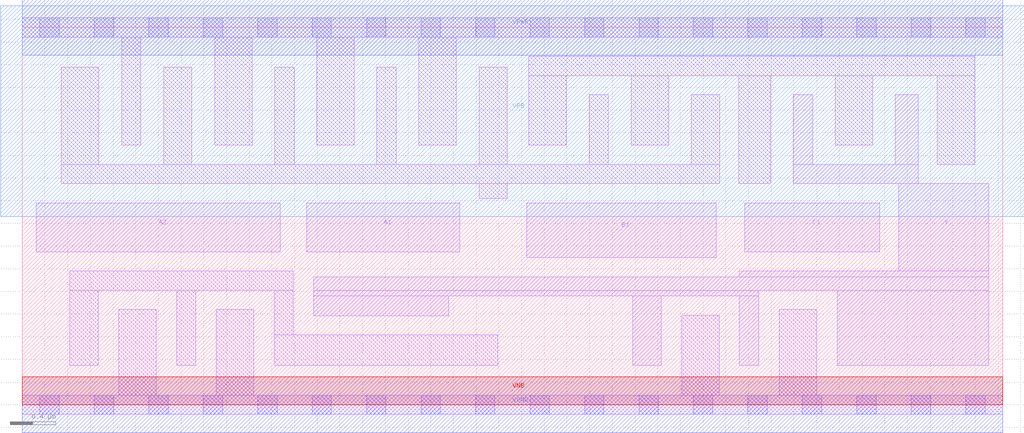
<source format=lef>
# Copyright 2020 The SkyWater PDK Authors
#
# Licensed under the Apache License, Version 2.0 (the "License");
# you may not use this file except in compliance with the License.
# You may obtain a copy of the License at
#
#     https://www.apache.org/licenses/LICENSE-2.0
#
# Unless required by applicable law or agreed to in writing, software
# distributed under the License is distributed on an "AS IS" BASIS,
# WITHOUT WARRANTIES OR CONDITIONS OF ANY KIND, either express or implied.
# See the License for the specific language governing permissions and
# limitations under the License.
#
# SPDX-License-Identifier: Apache-2.0

VERSION 5.7 ;
  NOWIREEXTENSIONATPIN ON ;
  DIVIDERCHAR "/" ;
  BUSBITCHARS "[]" ;
MACRO sky130_fd_sc_hs__a211oi_4
  CLASS CORE ;
  FOREIGN sky130_fd_sc_hs__a211oi_4 ;
  ORIGIN  0.000000  0.000000 ;
  SIZE  8.640000 BY  3.330000 ;
  SYMMETRY X Y ;
  SITE unit ;
  PIN A1
    ANTENNAGATEAREA  1.116000 ;
    DIRECTION INPUT ;
    USE SIGNAL ;
    PORT
      LAYER li1 ;
        RECT 2.505000 1.350000 3.855000 1.780000 ;
    END
  END A1
  PIN A2
    ANTENNAGATEAREA  1.116000 ;
    DIRECTION INPUT ;
    USE SIGNAL ;
    PORT
      LAYER li1 ;
        RECT 0.125000 1.350000 2.275000 1.780000 ;
    END
  END A2
  PIN B1
    ANTENNAGATEAREA  0.894000 ;
    DIRECTION INPUT ;
    USE SIGNAL ;
    PORT
      LAYER li1 ;
        RECT 4.445000 1.300000 6.115000 1.780000 ;
    END
  END B1
  PIN C1
    ANTENNAGATEAREA  0.894000 ;
    DIRECTION INPUT ;
    USE SIGNAL ;
    PORT
      LAYER li1 ;
        RECT 6.365000 1.350000 7.555000 1.780000 ;
    END
  END C1
  PIN Y
    ANTENNADIFFAREA  1.685800 ;
    DIRECTION OUTPUT ;
    USE SIGNAL ;
    PORT
      LAYER li1 ;
        RECT 2.570000 0.785000 3.760000 0.960000 ;
        RECT 2.570000 0.960000 6.490000 1.010000 ;
        RECT 2.570000 1.010000 8.515000 1.130000 ;
        RECT 5.380000 0.350000 5.630000 0.960000 ;
        RECT 6.320000 0.350000 6.490000 0.960000 ;
        RECT 6.320000 1.130000 8.515000 1.180000 ;
        RECT 6.795000 1.950000 7.895000 2.120000 ;
        RECT 6.795000 2.120000 6.965000 2.735000 ;
        RECT 7.180000 0.350000 8.515000 1.010000 ;
        RECT 7.695000 2.120000 7.895000 2.735000 ;
        RECT 7.725000 1.180000 8.515000 1.950000 ;
    END
  END Y
  PIN VGND
    DIRECTION INOUT ;
    USE GROUND ;
    PORT
      LAYER met1 ;
        RECT 0.000000 -0.245000 8.640000 0.245000 ;
    END
  END VGND
  PIN VNB
    DIRECTION INOUT ;
    USE GROUND ;
    PORT
      LAYER pwell ;
        RECT 0.000000 0.000000 8.640000 0.245000 ;
    END
  END VNB
  PIN VPB
    DIRECTION INOUT ;
    USE POWER ;
    PORT
      LAYER nwell ;
        RECT -0.190000 1.660000 8.830000 3.520000 ;
    END
  END VPB
  PIN VPWR
    DIRECTION INOUT ;
    USE POWER ;
    PORT
      LAYER met1 ;
        RECT 0.000000 3.085000 8.640000 3.575000 ;
    END
  END VPWR
  OBS
    LAYER li1 ;
      RECT 0.000000 -0.085000 8.640000 0.085000 ;
      RECT 0.000000  3.245000 8.640000 3.415000 ;
      RECT 0.345000  1.950000 6.145000 2.120000 ;
      RECT 0.345000  2.120000 0.675000 2.980000 ;
      RECT 0.420000  0.350000 0.670000 1.010000 ;
      RECT 0.420000  1.010000 2.390000 1.180000 ;
      RECT 0.850000  0.085000 1.180000 0.840000 ;
      RECT 0.875000  2.290000 1.045000 3.245000 ;
      RECT 1.245000  2.120000 1.495000 2.980000 ;
      RECT 1.360000  0.350000 1.530000 1.010000 ;
      RECT 1.695000  2.290000 2.025000 3.245000 ;
      RECT 1.710000  0.085000 2.040000 0.840000 ;
      RECT 2.220000  0.350000 4.190000 0.615000 ;
      RECT 2.220000  0.615000 2.390000 1.010000 ;
      RECT 2.225000  2.120000 2.395000 2.980000 ;
      RECT 2.595000  2.290000 2.925000 3.245000 ;
      RECT 3.125000  2.120000 3.295000 2.980000 ;
      RECT 3.495000  2.290000 3.825000 3.245000 ;
      RECT 4.025000  1.820000 4.275000 1.950000 ;
      RECT 4.025000  2.120000 4.275000 2.980000 ;
      RECT 4.465000  2.290000 4.795000 2.905000 ;
      RECT 4.465000  2.905000 8.395000 3.075000 ;
      RECT 4.995000  2.120000 5.165000 2.735000 ;
      RECT 5.365000  2.290000 5.695000 2.905000 ;
      RECT 5.810000  0.085000 6.140000 0.790000 ;
      RECT 5.895000  2.120000 6.145000 2.735000 ;
      RECT 6.315000  1.950000 6.595000 2.905000 ;
      RECT 6.670000  0.085000 7.000000 0.840000 ;
      RECT 7.165000  2.290000 7.495000 2.905000 ;
      RECT 8.065000  2.120000 8.395000 2.905000 ;
    LAYER mcon ;
      RECT 0.155000 -0.085000 0.325000 0.085000 ;
      RECT 0.155000  3.245000 0.325000 3.415000 ;
      RECT 0.635000 -0.085000 0.805000 0.085000 ;
      RECT 0.635000  3.245000 0.805000 3.415000 ;
      RECT 1.115000 -0.085000 1.285000 0.085000 ;
      RECT 1.115000  3.245000 1.285000 3.415000 ;
      RECT 1.595000 -0.085000 1.765000 0.085000 ;
      RECT 1.595000  3.245000 1.765000 3.415000 ;
      RECT 2.075000 -0.085000 2.245000 0.085000 ;
      RECT 2.075000  3.245000 2.245000 3.415000 ;
      RECT 2.555000 -0.085000 2.725000 0.085000 ;
      RECT 2.555000  3.245000 2.725000 3.415000 ;
      RECT 3.035000 -0.085000 3.205000 0.085000 ;
      RECT 3.035000  3.245000 3.205000 3.415000 ;
      RECT 3.515000 -0.085000 3.685000 0.085000 ;
      RECT 3.515000  3.245000 3.685000 3.415000 ;
      RECT 3.995000 -0.085000 4.165000 0.085000 ;
      RECT 3.995000  3.245000 4.165000 3.415000 ;
      RECT 4.475000 -0.085000 4.645000 0.085000 ;
      RECT 4.475000  3.245000 4.645000 3.415000 ;
      RECT 4.955000 -0.085000 5.125000 0.085000 ;
      RECT 4.955000  3.245000 5.125000 3.415000 ;
      RECT 5.435000 -0.085000 5.605000 0.085000 ;
      RECT 5.435000  3.245000 5.605000 3.415000 ;
      RECT 5.915000 -0.085000 6.085000 0.085000 ;
      RECT 5.915000  3.245000 6.085000 3.415000 ;
      RECT 6.395000 -0.085000 6.565000 0.085000 ;
      RECT 6.395000  3.245000 6.565000 3.415000 ;
      RECT 6.875000 -0.085000 7.045000 0.085000 ;
      RECT 6.875000  3.245000 7.045000 3.415000 ;
      RECT 7.355000 -0.085000 7.525000 0.085000 ;
      RECT 7.355000  3.245000 7.525000 3.415000 ;
      RECT 7.835000 -0.085000 8.005000 0.085000 ;
      RECT 7.835000  3.245000 8.005000 3.415000 ;
      RECT 8.315000 -0.085000 8.485000 0.085000 ;
      RECT 8.315000  3.245000 8.485000 3.415000 ;
  END
END sky130_fd_sc_hs__a211oi_4
END LIBRARY

</source>
